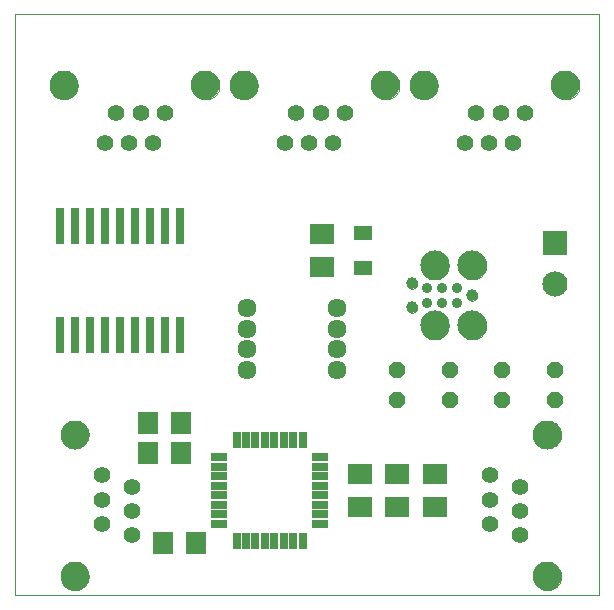
<source format=gbs>
G75*
G70*
%OFA0B0*%
%FSLAX24Y24*%
%IPPOS*%
%LPD*%
%AMOC8*
5,1,8,0,0,1.08239X$1,22.5*
%
%ADD10C,0.0000*%
%ADD11R,0.0540X0.0260*%
%ADD12R,0.0260X0.0540*%
%ADD13R,0.0827X0.0670*%
%ADD14OC8,0.0560*%
%ADD15R,0.0840X0.0840*%
%ADD16C,0.0840*%
%ADD17R,0.0670X0.0749*%
%ADD18C,0.0555*%
%ADD19C,0.0969*%
%ADD20C,0.0634*%
%ADD21C,0.0350*%
%ADD22C,0.0390*%
%ADD23C,0.0975*%
%ADD24R,0.0591X0.0512*%
%ADD25R,0.0300X0.1240*%
D10*
X000483Y000350D02*
X000483Y019721D01*
X019978Y019721D01*
X019978Y000350D01*
X000483Y000350D01*
X002018Y000988D02*
X002020Y001031D01*
X002026Y001073D01*
X002036Y001115D01*
X002049Y001156D01*
X002067Y001195D01*
X002088Y001233D01*
X002112Y001268D01*
X002139Y001301D01*
X002170Y001332D01*
X002203Y001359D01*
X002238Y001383D01*
X002276Y001404D01*
X002315Y001422D01*
X002356Y001435D01*
X002398Y001445D01*
X002440Y001451D01*
X002483Y001453D01*
X002526Y001451D01*
X002568Y001445D01*
X002610Y001435D01*
X002651Y001422D01*
X002690Y001404D01*
X002728Y001383D01*
X002763Y001359D01*
X002796Y001332D01*
X002827Y001301D01*
X002854Y001268D01*
X002878Y001233D01*
X002899Y001195D01*
X002917Y001156D01*
X002930Y001115D01*
X002940Y001073D01*
X002946Y001031D01*
X002948Y000988D01*
X002946Y000945D01*
X002940Y000903D01*
X002930Y000861D01*
X002917Y000820D01*
X002899Y000781D01*
X002878Y000743D01*
X002854Y000708D01*
X002827Y000675D01*
X002796Y000644D01*
X002763Y000617D01*
X002728Y000593D01*
X002690Y000572D01*
X002651Y000554D01*
X002610Y000541D01*
X002568Y000531D01*
X002526Y000525D01*
X002483Y000523D01*
X002440Y000525D01*
X002398Y000531D01*
X002356Y000541D01*
X002315Y000554D01*
X002276Y000572D01*
X002238Y000593D01*
X002203Y000617D01*
X002170Y000644D01*
X002139Y000675D01*
X002112Y000708D01*
X002088Y000743D01*
X002067Y000781D01*
X002049Y000820D01*
X002036Y000861D01*
X002026Y000903D01*
X002020Y000945D01*
X002018Y000988D01*
X002018Y005712D02*
X002020Y005755D01*
X002026Y005797D01*
X002036Y005839D01*
X002049Y005880D01*
X002067Y005919D01*
X002088Y005957D01*
X002112Y005992D01*
X002139Y006025D01*
X002170Y006056D01*
X002203Y006083D01*
X002238Y006107D01*
X002276Y006128D01*
X002315Y006146D01*
X002356Y006159D01*
X002398Y006169D01*
X002440Y006175D01*
X002483Y006177D01*
X002526Y006175D01*
X002568Y006169D01*
X002610Y006159D01*
X002651Y006146D01*
X002690Y006128D01*
X002728Y006107D01*
X002763Y006083D01*
X002796Y006056D01*
X002827Y006025D01*
X002854Y005992D01*
X002878Y005957D01*
X002899Y005919D01*
X002917Y005880D01*
X002930Y005839D01*
X002940Y005797D01*
X002946Y005755D01*
X002948Y005712D01*
X002946Y005669D01*
X002940Y005627D01*
X002930Y005585D01*
X002917Y005544D01*
X002899Y005505D01*
X002878Y005467D01*
X002854Y005432D01*
X002827Y005399D01*
X002796Y005368D01*
X002763Y005341D01*
X002728Y005317D01*
X002690Y005296D01*
X002651Y005278D01*
X002610Y005265D01*
X002568Y005255D01*
X002526Y005249D01*
X002483Y005247D01*
X002440Y005249D01*
X002398Y005255D01*
X002356Y005265D01*
X002315Y005278D01*
X002276Y005296D01*
X002238Y005317D01*
X002203Y005341D01*
X002170Y005368D01*
X002139Y005399D01*
X002112Y005432D01*
X002088Y005467D01*
X002067Y005505D01*
X002049Y005544D01*
X002036Y005585D01*
X002026Y005627D01*
X002020Y005669D01*
X002018Y005712D01*
X013558Y009950D02*
X013560Y009976D01*
X013566Y010002D01*
X013575Y010026D01*
X013588Y010049D01*
X013605Y010069D01*
X013624Y010087D01*
X013646Y010102D01*
X013669Y010113D01*
X013694Y010121D01*
X013720Y010125D01*
X013746Y010125D01*
X013772Y010121D01*
X013797Y010113D01*
X013821Y010102D01*
X013842Y010087D01*
X013861Y010069D01*
X013878Y010049D01*
X013891Y010026D01*
X013900Y010002D01*
X013906Y009976D01*
X013908Y009950D01*
X013906Y009924D01*
X013900Y009898D01*
X013891Y009874D01*
X013878Y009851D01*
X013861Y009831D01*
X013842Y009813D01*
X013820Y009798D01*
X013797Y009787D01*
X013772Y009779D01*
X013746Y009775D01*
X013720Y009775D01*
X013694Y009779D01*
X013669Y009787D01*
X013645Y009798D01*
X013624Y009813D01*
X013605Y009831D01*
X013588Y009851D01*
X013575Y009874D01*
X013566Y009898D01*
X013560Y009924D01*
X013558Y009950D01*
X013558Y010750D02*
X013560Y010776D01*
X013566Y010802D01*
X013575Y010826D01*
X013588Y010849D01*
X013605Y010869D01*
X013624Y010887D01*
X013646Y010902D01*
X013669Y010913D01*
X013694Y010921D01*
X013720Y010925D01*
X013746Y010925D01*
X013772Y010921D01*
X013797Y010913D01*
X013821Y010902D01*
X013842Y010887D01*
X013861Y010869D01*
X013878Y010849D01*
X013891Y010826D01*
X013900Y010802D01*
X013906Y010776D01*
X013908Y010750D01*
X013906Y010724D01*
X013900Y010698D01*
X013891Y010674D01*
X013878Y010651D01*
X013861Y010631D01*
X013842Y010613D01*
X013820Y010598D01*
X013797Y010587D01*
X013772Y010579D01*
X013746Y010575D01*
X013720Y010575D01*
X013694Y010579D01*
X013669Y010587D01*
X013645Y010598D01*
X013624Y010613D01*
X013605Y010631D01*
X013588Y010651D01*
X013575Y010674D01*
X013566Y010698D01*
X013560Y010724D01*
X013558Y010750D01*
X014016Y011350D02*
X014018Y011393D01*
X014024Y011436D01*
X014034Y011478D01*
X014048Y011519D01*
X014065Y011558D01*
X014086Y011596D01*
X014110Y011631D01*
X014138Y011665D01*
X014168Y011695D01*
X014202Y011723D01*
X014237Y011747D01*
X014275Y011768D01*
X014314Y011785D01*
X014355Y011799D01*
X014397Y011809D01*
X014440Y011815D01*
X014483Y011817D01*
X014526Y011815D01*
X014569Y011809D01*
X014611Y011799D01*
X014652Y011785D01*
X014691Y011768D01*
X014729Y011747D01*
X014764Y011723D01*
X014798Y011695D01*
X014828Y011665D01*
X014856Y011631D01*
X014880Y011596D01*
X014901Y011558D01*
X014918Y011519D01*
X014932Y011478D01*
X014942Y011436D01*
X014948Y011393D01*
X014950Y011350D01*
X014948Y011307D01*
X014942Y011264D01*
X014932Y011222D01*
X014918Y011181D01*
X014901Y011142D01*
X014880Y011104D01*
X014856Y011069D01*
X014828Y011035D01*
X014798Y011005D01*
X014764Y010977D01*
X014729Y010953D01*
X014691Y010932D01*
X014652Y010915D01*
X014611Y010901D01*
X014569Y010891D01*
X014526Y010885D01*
X014483Y010883D01*
X014440Y010885D01*
X014397Y010891D01*
X014355Y010901D01*
X014314Y010915D01*
X014275Y010932D01*
X014237Y010953D01*
X014202Y010977D01*
X014168Y011005D01*
X014138Y011035D01*
X014110Y011069D01*
X014086Y011104D01*
X014065Y011142D01*
X014048Y011181D01*
X014034Y011222D01*
X014024Y011264D01*
X014018Y011307D01*
X014016Y011350D01*
X015266Y011350D02*
X015268Y011393D01*
X015274Y011436D01*
X015284Y011478D01*
X015298Y011519D01*
X015315Y011558D01*
X015336Y011596D01*
X015360Y011631D01*
X015388Y011665D01*
X015418Y011695D01*
X015452Y011723D01*
X015487Y011747D01*
X015525Y011768D01*
X015564Y011785D01*
X015605Y011799D01*
X015647Y011809D01*
X015690Y011815D01*
X015733Y011817D01*
X015776Y011815D01*
X015819Y011809D01*
X015861Y011799D01*
X015902Y011785D01*
X015941Y011768D01*
X015979Y011747D01*
X016014Y011723D01*
X016048Y011695D01*
X016078Y011665D01*
X016106Y011631D01*
X016130Y011596D01*
X016151Y011558D01*
X016168Y011519D01*
X016182Y011478D01*
X016192Y011436D01*
X016198Y011393D01*
X016200Y011350D01*
X016198Y011307D01*
X016192Y011264D01*
X016182Y011222D01*
X016168Y011181D01*
X016151Y011142D01*
X016130Y011104D01*
X016106Y011069D01*
X016078Y011035D01*
X016048Y011005D01*
X016014Y010977D01*
X015979Y010953D01*
X015941Y010932D01*
X015902Y010915D01*
X015861Y010901D01*
X015819Y010891D01*
X015776Y010885D01*
X015733Y010883D01*
X015690Y010885D01*
X015647Y010891D01*
X015605Y010901D01*
X015564Y010915D01*
X015525Y010932D01*
X015487Y010953D01*
X015452Y010977D01*
X015418Y011005D01*
X015388Y011035D01*
X015360Y011069D01*
X015336Y011104D01*
X015315Y011142D01*
X015298Y011181D01*
X015284Y011222D01*
X015274Y011264D01*
X015268Y011307D01*
X015266Y011350D01*
X015558Y010350D02*
X015560Y010376D01*
X015566Y010402D01*
X015575Y010426D01*
X015588Y010449D01*
X015605Y010469D01*
X015624Y010487D01*
X015646Y010502D01*
X015669Y010513D01*
X015694Y010521D01*
X015720Y010525D01*
X015746Y010525D01*
X015772Y010521D01*
X015797Y010513D01*
X015821Y010502D01*
X015842Y010487D01*
X015861Y010469D01*
X015878Y010449D01*
X015891Y010426D01*
X015900Y010402D01*
X015906Y010376D01*
X015908Y010350D01*
X015906Y010324D01*
X015900Y010298D01*
X015891Y010274D01*
X015878Y010251D01*
X015861Y010231D01*
X015842Y010213D01*
X015820Y010198D01*
X015797Y010187D01*
X015772Y010179D01*
X015746Y010175D01*
X015720Y010175D01*
X015694Y010179D01*
X015669Y010187D01*
X015645Y010198D01*
X015624Y010213D01*
X015605Y010231D01*
X015588Y010251D01*
X015575Y010274D01*
X015566Y010298D01*
X015560Y010324D01*
X015558Y010350D01*
X015266Y009350D02*
X015268Y009393D01*
X015274Y009436D01*
X015284Y009478D01*
X015298Y009519D01*
X015315Y009558D01*
X015336Y009596D01*
X015360Y009631D01*
X015388Y009665D01*
X015418Y009695D01*
X015452Y009723D01*
X015487Y009747D01*
X015525Y009768D01*
X015564Y009785D01*
X015605Y009799D01*
X015647Y009809D01*
X015690Y009815D01*
X015733Y009817D01*
X015776Y009815D01*
X015819Y009809D01*
X015861Y009799D01*
X015902Y009785D01*
X015941Y009768D01*
X015979Y009747D01*
X016014Y009723D01*
X016048Y009695D01*
X016078Y009665D01*
X016106Y009631D01*
X016130Y009596D01*
X016151Y009558D01*
X016168Y009519D01*
X016182Y009478D01*
X016192Y009436D01*
X016198Y009393D01*
X016200Y009350D01*
X016198Y009307D01*
X016192Y009264D01*
X016182Y009222D01*
X016168Y009181D01*
X016151Y009142D01*
X016130Y009104D01*
X016106Y009069D01*
X016078Y009035D01*
X016048Y009005D01*
X016014Y008977D01*
X015979Y008953D01*
X015941Y008932D01*
X015902Y008915D01*
X015861Y008901D01*
X015819Y008891D01*
X015776Y008885D01*
X015733Y008883D01*
X015690Y008885D01*
X015647Y008891D01*
X015605Y008901D01*
X015564Y008915D01*
X015525Y008932D01*
X015487Y008953D01*
X015452Y008977D01*
X015418Y009005D01*
X015388Y009035D01*
X015360Y009069D01*
X015336Y009104D01*
X015315Y009142D01*
X015298Y009181D01*
X015284Y009222D01*
X015274Y009264D01*
X015268Y009307D01*
X015266Y009350D01*
X014016Y009350D02*
X014018Y009393D01*
X014024Y009436D01*
X014034Y009478D01*
X014048Y009519D01*
X014065Y009558D01*
X014086Y009596D01*
X014110Y009631D01*
X014138Y009665D01*
X014168Y009695D01*
X014202Y009723D01*
X014237Y009747D01*
X014275Y009768D01*
X014314Y009785D01*
X014355Y009799D01*
X014397Y009809D01*
X014440Y009815D01*
X014483Y009817D01*
X014526Y009815D01*
X014569Y009809D01*
X014611Y009799D01*
X014652Y009785D01*
X014691Y009768D01*
X014729Y009747D01*
X014764Y009723D01*
X014798Y009695D01*
X014828Y009665D01*
X014856Y009631D01*
X014880Y009596D01*
X014901Y009558D01*
X014918Y009519D01*
X014932Y009478D01*
X014942Y009436D01*
X014948Y009393D01*
X014950Y009350D01*
X014948Y009307D01*
X014942Y009264D01*
X014932Y009222D01*
X014918Y009181D01*
X014901Y009142D01*
X014880Y009104D01*
X014856Y009069D01*
X014828Y009035D01*
X014798Y009005D01*
X014764Y008977D01*
X014729Y008953D01*
X014691Y008932D01*
X014652Y008915D01*
X014611Y008901D01*
X014569Y008891D01*
X014526Y008885D01*
X014483Y008883D01*
X014440Y008885D01*
X014397Y008891D01*
X014355Y008901D01*
X014314Y008915D01*
X014275Y008932D01*
X014237Y008953D01*
X014202Y008977D01*
X014168Y009005D01*
X014138Y009035D01*
X014110Y009069D01*
X014086Y009104D01*
X014065Y009142D01*
X014048Y009181D01*
X014034Y009222D01*
X014024Y009264D01*
X014018Y009307D01*
X014016Y009350D01*
X017768Y005712D02*
X017770Y005755D01*
X017776Y005797D01*
X017786Y005839D01*
X017799Y005880D01*
X017817Y005919D01*
X017838Y005957D01*
X017862Y005992D01*
X017889Y006025D01*
X017920Y006056D01*
X017953Y006083D01*
X017988Y006107D01*
X018026Y006128D01*
X018065Y006146D01*
X018106Y006159D01*
X018148Y006169D01*
X018190Y006175D01*
X018233Y006177D01*
X018276Y006175D01*
X018318Y006169D01*
X018360Y006159D01*
X018401Y006146D01*
X018440Y006128D01*
X018478Y006107D01*
X018513Y006083D01*
X018546Y006056D01*
X018577Y006025D01*
X018604Y005992D01*
X018628Y005957D01*
X018649Y005919D01*
X018667Y005880D01*
X018680Y005839D01*
X018690Y005797D01*
X018696Y005755D01*
X018698Y005712D01*
X018696Y005669D01*
X018690Y005627D01*
X018680Y005585D01*
X018667Y005544D01*
X018649Y005505D01*
X018628Y005467D01*
X018604Y005432D01*
X018577Y005399D01*
X018546Y005368D01*
X018513Y005341D01*
X018478Y005317D01*
X018440Y005296D01*
X018401Y005278D01*
X018360Y005265D01*
X018318Y005255D01*
X018276Y005249D01*
X018233Y005247D01*
X018190Y005249D01*
X018148Y005255D01*
X018106Y005265D01*
X018065Y005278D01*
X018026Y005296D01*
X017988Y005317D01*
X017953Y005341D01*
X017920Y005368D01*
X017889Y005399D01*
X017862Y005432D01*
X017838Y005467D01*
X017817Y005505D01*
X017799Y005544D01*
X017786Y005585D01*
X017776Y005627D01*
X017770Y005669D01*
X017768Y005712D01*
X017768Y000988D02*
X017770Y001031D01*
X017776Y001073D01*
X017786Y001115D01*
X017799Y001156D01*
X017817Y001195D01*
X017838Y001233D01*
X017862Y001268D01*
X017889Y001301D01*
X017920Y001332D01*
X017953Y001359D01*
X017988Y001383D01*
X018026Y001404D01*
X018065Y001422D01*
X018106Y001435D01*
X018148Y001445D01*
X018190Y001451D01*
X018233Y001453D01*
X018276Y001451D01*
X018318Y001445D01*
X018360Y001435D01*
X018401Y001422D01*
X018440Y001404D01*
X018478Y001383D01*
X018513Y001359D01*
X018546Y001332D01*
X018577Y001301D01*
X018604Y001268D01*
X018628Y001233D01*
X018649Y001195D01*
X018667Y001156D01*
X018680Y001115D01*
X018690Y001073D01*
X018696Y001031D01*
X018698Y000988D01*
X018696Y000945D01*
X018690Y000903D01*
X018680Y000861D01*
X018667Y000820D01*
X018649Y000781D01*
X018628Y000743D01*
X018604Y000708D01*
X018577Y000675D01*
X018546Y000644D01*
X018513Y000617D01*
X018478Y000593D01*
X018440Y000572D01*
X018401Y000554D01*
X018360Y000541D01*
X018318Y000531D01*
X018276Y000525D01*
X018233Y000523D01*
X018190Y000525D01*
X018148Y000531D01*
X018106Y000541D01*
X018065Y000554D01*
X018026Y000572D01*
X017988Y000593D01*
X017953Y000617D01*
X017920Y000644D01*
X017889Y000675D01*
X017862Y000708D01*
X017838Y000743D01*
X017817Y000781D01*
X017799Y000820D01*
X017786Y000861D01*
X017776Y000903D01*
X017770Y000945D01*
X017768Y000988D01*
X018380Y017350D02*
X018382Y017393D01*
X018388Y017435D01*
X018398Y017477D01*
X018411Y017518D01*
X018429Y017557D01*
X018450Y017595D01*
X018474Y017630D01*
X018501Y017663D01*
X018532Y017694D01*
X018565Y017721D01*
X018600Y017745D01*
X018638Y017766D01*
X018677Y017784D01*
X018718Y017797D01*
X018760Y017807D01*
X018802Y017813D01*
X018845Y017815D01*
X018888Y017813D01*
X018930Y017807D01*
X018972Y017797D01*
X019013Y017784D01*
X019052Y017766D01*
X019090Y017745D01*
X019125Y017721D01*
X019158Y017694D01*
X019189Y017663D01*
X019216Y017630D01*
X019240Y017595D01*
X019261Y017557D01*
X019279Y017518D01*
X019292Y017477D01*
X019302Y017435D01*
X019308Y017393D01*
X019310Y017350D01*
X019308Y017307D01*
X019302Y017265D01*
X019292Y017223D01*
X019279Y017182D01*
X019261Y017143D01*
X019240Y017105D01*
X019216Y017070D01*
X019189Y017037D01*
X019158Y017006D01*
X019125Y016979D01*
X019090Y016955D01*
X019052Y016934D01*
X019013Y016916D01*
X018972Y016903D01*
X018930Y016893D01*
X018888Y016887D01*
X018845Y016885D01*
X018802Y016887D01*
X018760Y016893D01*
X018718Y016903D01*
X018677Y016916D01*
X018638Y016934D01*
X018600Y016955D01*
X018565Y016979D01*
X018532Y017006D01*
X018501Y017037D01*
X018474Y017070D01*
X018450Y017105D01*
X018429Y017143D01*
X018411Y017182D01*
X018398Y017223D01*
X018388Y017265D01*
X018382Y017307D01*
X018380Y017350D01*
X013655Y017350D02*
X013657Y017393D01*
X013663Y017435D01*
X013673Y017477D01*
X013686Y017518D01*
X013704Y017557D01*
X013725Y017595D01*
X013749Y017630D01*
X013776Y017663D01*
X013807Y017694D01*
X013840Y017721D01*
X013875Y017745D01*
X013913Y017766D01*
X013952Y017784D01*
X013993Y017797D01*
X014035Y017807D01*
X014077Y017813D01*
X014120Y017815D01*
X014163Y017813D01*
X014205Y017807D01*
X014247Y017797D01*
X014288Y017784D01*
X014327Y017766D01*
X014365Y017745D01*
X014400Y017721D01*
X014433Y017694D01*
X014464Y017663D01*
X014491Y017630D01*
X014515Y017595D01*
X014536Y017557D01*
X014554Y017518D01*
X014567Y017477D01*
X014577Y017435D01*
X014583Y017393D01*
X014585Y017350D01*
X014583Y017307D01*
X014577Y017265D01*
X014567Y017223D01*
X014554Y017182D01*
X014536Y017143D01*
X014515Y017105D01*
X014491Y017070D01*
X014464Y017037D01*
X014433Y017006D01*
X014400Y016979D01*
X014365Y016955D01*
X014327Y016934D01*
X014288Y016916D01*
X014247Y016903D01*
X014205Y016893D01*
X014163Y016887D01*
X014120Y016885D01*
X014077Y016887D01*
X014035Y016893D01*
X013993Y016903D01*
X013952Y016916D01*
X013913Y016934D01*
X013875Y016955D01*
X013840Y016979D01*
X013807Y017006D01*
X013776Y017037D01*
X013749Y017070D01*
X013725Y017105D01*
X013704Y017143D01*
X013686Y017182D01*
X013673Y017223D01*
X013663Y017265D01*
X013657Y017307D01*
X013655Y017350D01*
X012380Y017350D02*
X012382Y017393D01*
X012388Y017435D01*
X012398Y017477D01*
X012411Y017518D01*
X012429Y017557D01*
X012450Y017595D01*
X012474Y017630D01*
X012501Y017663D01*
X012532Y017694D01*
X012565Y017721D01*
X012600Y017745D01*
X012638Y017766D01*
X012677Y017784D01*
X012718Y017797D01*
X012760Y017807D01*
X012802Y017813D01*
X012845Y017815D01*
X012888Y017813D01*
X012930Y017807D01*
X012972Y017797D01*
X013013Y017784D01*
X013052Y017766D01*
X013090Y017745D01*
X013125Y017721D01*
X013158Y017694D01*
X013189Y017663D01*
X013216Y017630D01*
X013240Y017595D01*
X013261Y017557D01*
X013279Y017518D01*
X013292Y017477D01*
X013302Y017435D01*
X013308Y017393D01*
X013310Y017350D01*
X013308Y017307D01*
X013302Y017265D01*
X013292Y017223D01*
X013279Y017182D01*
X013261Y017143D01*
X013240Y017105D01*
X013216Y017070D01*
X013189Y017037D01*
X013158Y017006D01*
X013125Y016979D01*
X013090Y016955D01*
X013052Y016934D01*
X013013Y016916D01*
X012972Y016903D01*
X012930Y016893D01*
X012888Y016887D01*
X012845Y016885D01*
X012802Y016887D01*
X012760Y016893D01*
X012718Y016903D01*
X012677Y016916D01*
X012638Y016934D01*
X012600Y016955D01*
X012565Y016979D01*
X012532Y017006D01*
X012501Y017037D01*
X012474Y017070D01*
X012450Y017105D01*
X012429Y017143D01*
X012411Y017182D01*
X012398Y017223D01*
X012388Y017265D01*
X012382Y017307D01*
X012380Y017350D01*
X007655Y017350D02*
X007657Y017393D01*
X007663Y017435D01*
X007673Y017477D01*
X007686Y017518D01*
X007704Y017557D01*
X007725Y017595D01*
X007749Y017630D01*
X007776Y017663D01*
X007807Y017694D01*
X007840Y017721D01*
X007875Y017745D01*
X007913Y017766D01*
X007952Y017784D01*
X007993Y017797D01*
X008035Y017807D01*
X008077Y017813D01*
X008120Y017815D01*
X008163Y017813D01*
X008205Y017807D01*
X008247Y017797D01*
X008288Y017784D01*
X008327Y017766D01*
X008365Y017745D01*
X008400Y017721D01*
X008433Y017694D01*
X008464Y017663D01*
X008491Y017630D01*
X008515Y017595D01*
X008536Y017557D01*
X008554Y017518D01*
X008567Y017477D01*
X008577Y017435D01*
X008583Y017393D01*
X008585Y017350D01*
X008583Y017307D01*
X008577Y017265D01*
X008567Y017223D01*
X008554Y017182D01*
X008536Y017143D01*
X008515Y017105D01*
X008491Y017070D01*
X008464Y017037D01*
X008433Y017006D01*
X008400Y016979D01*
X008365Y016955D01*
X008327Y016934D01*
X008288Y016916D01*
X008247Y016903D01*
X008205Y016893D01*
X008163Y016887D01*
X008120Y016885D01*
X008077Y016887D01*
X008035Y016893D01*
X007993Y016903D01*
X007952Y016916D01*
X007913Y016934D01*
X007875Y016955D01*
X007840Y016979D01*
X007807Y017006D01*
X007776Y017037D01*
X007749Y017070D01*
X007725Y017105D01*
X007704Y017143D01*
X007686Y017182D01*
X007673Y017223D01*
X007663Y017265D01*
X007657Y017307D01*
X007655Y017350D01*
X006380Y017350D02*
X006382Y017393D01*
X006388Y017435D01*
X006398Y017477D01*
X006411Y017518D01*
X006429Y017557D01*
X006450Y017595D01*
X006474Y017630D01*
X006501Y017663D01*
X006532Y017694D01*
X006565Y017721D01*
X006600Y017745D01*
X006638Y017766D01*
X006677Y017784D01*
X006718Y017797D01*
X006760Y017807D01*
X006802Y017813D01*
X006845Y017815D01*
X006888Y017813D01*
X006930Y017807D01*
X006972Y017797D01*
X007013Y017784D01*
X007052Y017766D01*
X007090Y017745D01*
X007125Y017721D01*
X007158Y017694D01*
X007189Y017663D01*
X007216Y017630D01*
X007240Y017595D01*
X007261Y017557D01*
X007279Y017518D01*
X007292Y017477D01*
X007302Y017435D01*
X007308Y017393D01*
X007310Y017350D01*
X007308Y017307D01*
X007302Y017265D01*
X007292Y017223D01*
X007279Y017182D01*
X007261Y017143D01*
X007240Y017105D01*
X007216Y017070D01*
X007189Y017037D01*
X007158Y017006D01*
X007125Y016979D01*
X007090Y016955D01*
X007052Y016934D01*
X007013Y016916D01*
X006972Y016903D01*
X006930Y016893D01*
X006888Y016887D01*
X006845Y016885D01*
X006802Y016887D01*
X006760Y016893D01*
X006718Y016903D01*
X006677Y016916D01*
X006638Y016934D01*
X006600Y016955D01*
X006565Y016979D01*
X006532Y017006D01*
X006501Y017037D01*
X006474Y017070D01*
X006450Y017105D01*
X006429Y017143D01*
X006411Y017182D01*
X006398Y017223D01*
X006388Y017265D01*
X006382Y017307D01*
X006380Y017350D01*
X001655Y017350D02*
X001657Y017393D01*
X001663Y017435D01*
X001673Y017477D01*
X001686Y017518D01*
X001704Y017557D01*
X001725Y017595D01*
X001749Y017630D01*
X001776Y017663D01*
X001807Y017694D01*
X001840Y017721D01*
X001875Y017745D01*
X001913Y017766D01*
X001952Y017784D01*
X001993Y017797D01*
X002035Y017807D01*
X002077Y017813D01*
X002120Y017815D01*
X002163Y017813D01*
X002205Y017807D01*
X002247Y017797D01*
X002288Y017784D01*
X002327Y017766D01*
X002365Y017745D01*
X002400Y017721D01*
X002433Y017694D01*
X002464Y017663D01*
X002491Y017630D01*
X002515Y017595D01*
X002536Y017557D01*
X002554Y017518D01*
X002567Y017477D01*
X002577Y017435D01*
X002583Y017393D01*
X002585Y017350D01*
X002583Y017307D01*
X002577Y017265D01*
X002567Y017223D01*
X002554Y017182D01*
X002536Y017143D01*
X002515Y017105D01*
X002491Y017070D01*
X002464Y017037D01*
X002433Y017006D01*
X002400Y016979D01*
X002365Y016955D01*
X002327Y016934D01*
X002288Y016916D01*
X002247Y016903D01*
X002205Y016893D01*
X002163Y016887D01*
X002120Y016885D01*
X002077Y016887D01*
X002035Y016893D01*
X001993Y016903D01*
X001952Y016916D01*
X001913Y016934D01*
X001875Y016955D01*
X001840Y016979D01*
X001807Y017006D01*
X001776Y017037D01*
X001749Y017070D01*
X001725Y017105D01*
X001704Y017143D01*
X001686Y017182D01*
X001673Y017223D01*
X001663Y017265D01*
X001657Y017307D01*
X001655Y017350D01*
D11*
X007293Y004952D03*
X007293Y004637D03*
X007293Y004322D03*
X007293Y004007D03*
X007293Y003693D03*
X007293Y003378D03*
X007293Y003063D03*
X007293Y002748D03*
X010673Y002748D03*
X010673Y003063D03*
X010673Y003378D03*
X010673Y003693D03*
X010673Y004007D03*
X010673Y004322D03*
X010673Y004637D03*
X010673Y004952D03*
D12*
X010085Y005540D03*
X009770Y005540D03*
X009455Y005540D03*
X009140Y005540D03*
X008825Y005540D03*
X008510Y005540D03*
X008195Y005540D03*
X007880Y005540D03*
X007880Y002160D03*
X008195Y002160D03*
X008510Y002160D03*
X008825Y002160D03*
X009140Y002160D03*
X009455Y002160D03*
X009770Y002160D03*
X010085Y002160D03*
D13*
X011983Y003299D03*
X011983Y004401D03*
X013233Y004401D03*
X013233Y003299D03*
X014483Y003299D03*
X014483Y004401D03*
X010733Y011299D03*
X010733Y012401D03*
D14*
X013233Y007850D03*
X013233Y006850D03*
X014983Y006850D03*
X014983Y007850D03*
X016733Y007850D03*
X016733Y006850D03*
X018483Y006850D03*
X018483Y007850D03*
D15*
X018483Y012100D03*
D16*
X018483Y010722D03*
D17*
X006534Y002100D03*
X005431Y002100D03*
X004931Y005100D03*
X004931Y006100D03*
X006034Y006100D03*
X006034Y005100D03*
D18*
X004388Y003956D03*
X004388Y003153D03*
X004388Y002350D03*
X003388Y002744D03*
X003388Y003547D03*
X003388Y004350D03*
X003483Y015444D03*
X004286Y015444D03*
X005089Y015444D03*
X005483Y016444D03*
X004679Y016444D03*
X003876Y016444D03*
X009483Y015444D03*
X010286Y015444D03*
X011089Y015444D03*
X011483Y016444D03*
X010679Y016444D03*
X009876Y016444D03*
X015483Y015444D03*
X016286Y015444D03*
X017089Y015444D03*
X017483Y016444D03*
X016679Y016444D03*
X015876Y016444D03*
X016327Y004350D03*
X016327Y003547D03*
X016327Y002744D03*
X017327Y002350D03*
X017327Y003153D03*
X017327Y003956D03*
D19*
X018233Y005712D03*
X018233Y000988D03*
X002483Y000988D03*
X002483Y005712D03*
X002120Y017350D03*
X006845Y017350D03*
X008120Y017350D03*
X012845Y017350D03*
X014120Y017350D03*
X018845Y017350D03*
D20*
X011233Y009931D03*
X011233Y009244D03*
X011233Y008556D03*
X011233Y007869D03*
X008233Y007869D03*
X008233Y008556D03*
X008233Y009244D03*
X008233Y009931D03*
D21*
X014233Y010100D03*
X014733Y010100D03*
X015233Y010100D03*
X015233Y010600D03*
X014733Y010600D03*
X014233Y010600D03*
D22*
X013733Y010750D03*
X013733Y009950D03*
X015733Y010350D03*
D23*
X015733Y009350D03*
X014483Y009350D03*
X014483Y011350D03*
X015733Y011350D03*
D24*
X012108Y011259D03*
X012108Y012441D03*
D25*
X005983Y012655D03*
X005483Y012655D03*
X004983Y012655D03*
X004483Y012655D03*
X003983Y012655D03*
X003483Y012655D03*
X002983Y012655D03*
X002483Y012655D03*
X001983Y012655D03*
X001983Y009030D03*
X002483Y009045D03*
X002983Y009045D03*
X003483Y009045D03*
X003983Y009045D03*
X004483Y009045D03*
X004983Y009045D03*
X005483Y009045D03*
X005983Y009045D03*
M02*

</source>
